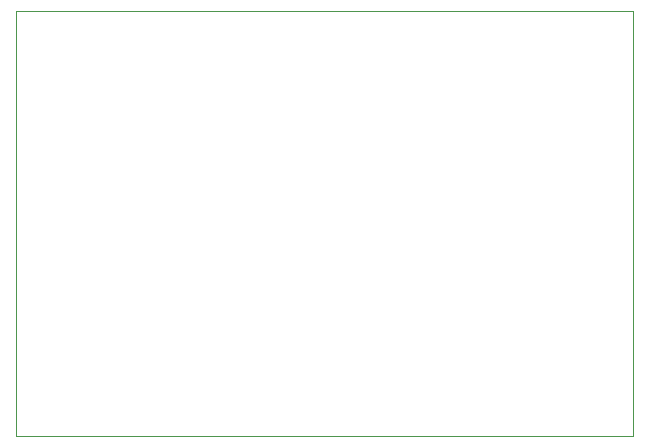
<source format=gbr>
G04 #@! TF.GenerationSoftware,KiCad,Pcbnew,(5.1.2)-2*
G04 #@! TF.CreationDate,2019-12-09T13:21:08+02:00*
G04 #@! TF.ProjectId,front_encoder,66726f6e-745f-4656-9e63-6f6465722e6b,rev?*
G04 #@! TF.SameCoordinates,Original*
G04 #@! TF.FileFunction,Profile,NP*
%FSLAX46Y46*%
G04 Gerber Fmt 4.6, Leading zero omitted, Abs format (unit mm)*
G04 Created by KiCad (PCBNEW (5.1.2)-2) date 2019-12-09 13:21:08*
%MOMM*%
%LPD*%
G04 APERTURE LIST*
%ADD10C,0.100000*%
G04 APERTURE END LIST*
D10*
X113157000Y-127508000D02*
X113157000Y-91694000D01*
X113157000Y-127635000D02*
X113157000Y-127508000D01*
X165354000Y-127635000D02*
X113157000Y-127635000D01*
X165354000Y-91694000D02*
X165354000Y-127635000D01*
X113157000Y-91694000D02*
X165354000Y-91694000D01*
M02*

</source>
